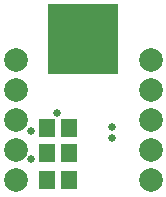
<source format=gbr>
G04 EAGLE Gerber RS-274X export*
G75*
%MOMM*%
%FSLAX34Y34*%
%LPD*%
%INSoldermask Bottom*%
%IPPOS*%
%AMOC8*
5,1,8,0,0,1.08239X$1,22.5*%
G01*
%ADD10C,2.006600*%
%ADD11R,1.427000X1.627000*%
%ADD12R,5.969000X5.969000*%
%ADD13C,0.652000*%


D10*
X20320Y20320D03*
X20320Y45720D03*
X20320Y71120D03*
X20320Y96520D03*
X20320Y121920D03*
D11*
X65380Y20320D03*
X46380Y20320D03*
X65380Y43180D03*
X46380Y43180D03*
X65380Y64770D03*
X46380Y64770D03*
D10*
X134620Y20320D03*
X134620Y45720D03*
X134620Y71120D03*
X134620Y96520D03*
X134620Y121920D03*
D12*
X77470Y139700D03*
D13*
X54864Y77724D03*
X33528Y38100D03*
X33528Y62484D03*
X102108Y65532D03*
X102108Y56388D03*
M02*

</source>
